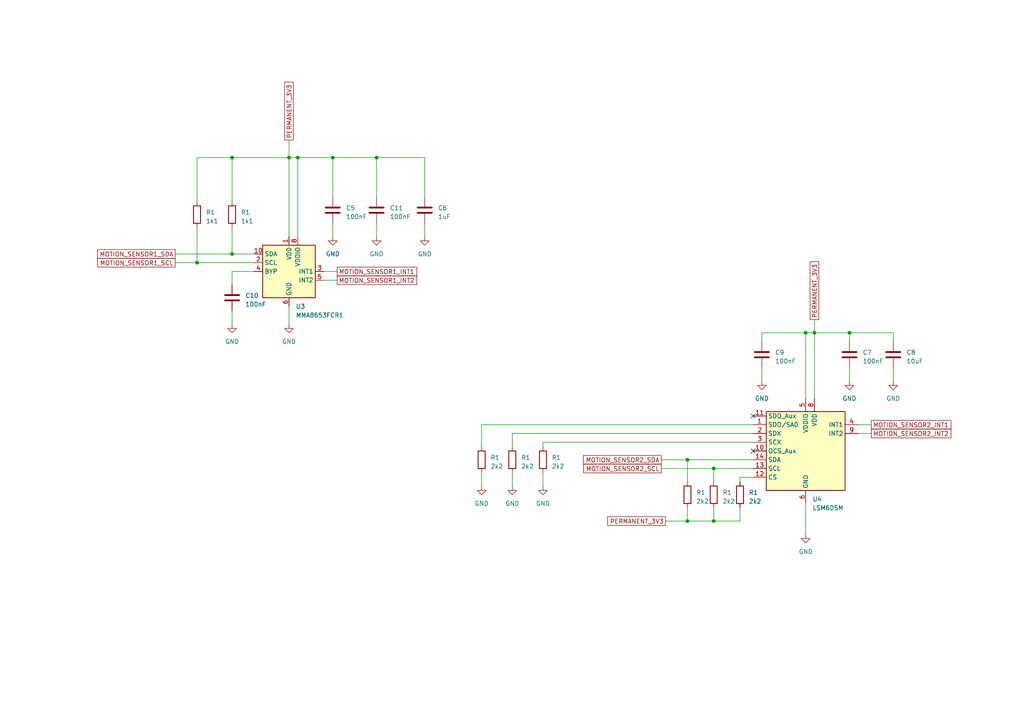
<source format=kicad_sch>
(kicad_sch (version 20230121) (generator eeschema)
  (paper "A4")
  (lib_symbols
    (symbol "Device:C" (pin_numbers hide) (pin_names (offset 0.254))
      (property "Reference" "C" (at 0.635 2.54 0))
      (property "Value" "C" (at 0.635 -2.54 0))
      (symbol "C_0_1"
        (polyline (pts (xy -2.032 -0.762) (xy 2.032 -0.762)) (stroke (width 0.508)))
        (polyline (pts (xy -2.032 0.762) (xy 2.032 0.762)) (stroke (width 0.508)))
      )
      (symbol "C_1_1"
        (pin passive line (at 0 3.81 270) (length 2.794) (name "~") (number "1"))
        (pin passive line (at 0 -3.81 90) (length 2.794) (name "~") (number "2"))
      )
    )
    (symbol "Device:R" (pin_numbers hide) (pin_names (offset 0))
      (property "Reference" "R" (at 2.032 0 90))
      (property "Value" "R" (at 0 0 90))
      (symbol "R_0_1"
        (rectangle (start -1.016 -2.54) (end 1.016 2.54) (stroke (width 0.254)))
      )
      (symbol "R_1_1"
        (pin passive line (at 0 3.81 270) (length 1.27) (name "~") (number "1"))
        (pin passive line (at 0 -3.81 90) (length 1.27) (name "~") (number "2"))
      )
    )
    (symbol "Sensor_Motion:LSM6DSM"
      (property "Reference" "U" (at -11.43 15.24 0))
      (property "Value" "LSM6DSM" (at -11.43 12.7 0))
      (symbol "LSM6DSM_0_1"
        (rectangle (start 11.43 11.43) (end -11.43 -11.43) (stroke (width 0.254)) (fill (type background)))
      )
      (symbol "LSM6DSM_1_1"
        (pin bidirectional line (at -15.24 7.62 0) (length 3.81) (name "SDO/SA0") (number "1"))
        (pin passive line (at -15.24 0 0) (length 3.81) (name "OCS_Aux") (number "10"))
        (pin bidirectional line (at -15.24 10.16 0) (length 3.81) (name "SDO_Aux") (number "11"))
        (pin input line (at -15.24 -7.62 0) (length 3.81) (name "CS") (number "12"))
        (pin input line (at -15.24 -5.08 0) (length 3.81) (name "SCL") (number "13"))
        (pin bidirectional line (at -15.24 -2.54 0) (length 3.81) (name "SDA") (number "14"))
        (pin bidirectional line (at -15.24 5.08 0) (length 3.81) (name "SDX") (number "2"))
        (pin input line (at -15.24 2.54 0) (length 3.81) (name "SCX") (number "3"))
        (pin output line (at 15.24 7.62 180) (length 3.81) (name "INT1") (number "4"))
        (pin power_in line (at 0 15.24 270) (length 3.81) (name "VDDIO") (number "5"))
        (pin power_in line (at 0 -15.24 90) (length 3.81) (name "GND") (number "6"))
        (pin passive line (at 0 -15.24 90) (length 3.81) hide (name "GND") (number "7"))
        (pin power_in line (at 2.54 15.24 270) (length 3.81) (name "VDD") (number "8"))
        (pin output line (at 15.24 5.08 180) (length 3.81) (name "INT2") (number "9"))
      )
    )
    (symbol "Sensor_Motion:MMA8653FCR1"
      (property "Reference" "U" (at -7.62 8.89 0))
      (property "Value" "MMA8653FCR1" (at 1.27 -8.89 0))
      (symbol "MMA8653FCR1_0_1"
        (rectangle (start -7.62 7.62) (end 7.62 -7.62) (stroke (width 0.254)) (fill (type background)))
      )
      (symbol "MMA8653FCR1_1_1"
        (pin power_in line (at 0 10.16 270) (length 2.54) (name "VDD") (number "1"))
        (pin bidirectional line (at -10.16 5.08 0) (length 2.54) (name "SDA") (number "10"))
        (pin input line (at -10.16 2.54 0) (length 2.54) (name "SCL") (number "2"))
        (pin output line (at 10.16 0 180) (length 2.54) (name "INT1") (number "3"))
        (pin input line (at -10.16 0 0) (length 2.54) (name "BYP") (number "4"))
        (pin output line (at 10.16 -2.54 180) (length 2.54) (name "INT2") (number "5"))
        (pin power_in line (at 0 -10.16 90) (length 2.54) (name "GND") (number "6"))
        (pin passive line (at 0 -10.16 90) (length 2.54) hide (name "GND") (number "7"))
        (pin power_in line (at 2.54 10.16 270) (length 2.54) (name "VDDIO") (number "8"))
        (pin passive line (at 0 -10.16 90) (length 2.54) hide (name "GND") (number "9"))
      )
    )
    (symbol "power:GND" (power) (pin_names (offset 0))
      (property "Value" "GND" (at 0 -3.81 0))
      (symbol "GND_0_1"
        (polyline (pts (xy 0 0) (xy 0 -1.27) (xy 1.27 -1.27) (xy 0 -2.54) (xy -1.27 -1.27) (xy 0 -1.27)))
      )
      (symbol "GND_1_1"
        (pin power_in line (at 0 0 270) (length 0) hide (name "GND") (number "1"))
      )
    )
  )
  (junction (at 207.01 151.13))
  (junction (at 207.01 135.89))
  (junction (at 246.38 96.52))
  (junction (at 199.39 133.35))
  (junction (at 236.22 96.52))
  (junction (at 67.31 73.66))
  (junction (at 96.52 45.72))
  (junction (at 199.39 151.13))
  (junction (at 83.82 45.72))
  (junction (at 67.31 45.72))
  (junction (at 57.15 76.2))
  (junction (at 233.68 96.52))
  (junction (at 109.22 45.72))
  (junction (at 86.36 45.72))
  (no_connect (at 218.44 120.65))
  (no_connect (at 218.44 130.81))
  (wire (pts (xy 67.31 73.66) (xy 73.66 73.66)))
  (wire (pts (xy 259.08 106.68) (xy 259.08 110.49)))
  (wire (pts (xy 193.04 151.13) (xy 199.39 151.13)))
  (wire (pts (xy 157.48 137.16) (xy 157.48 140.97)))
  (wire (pts (xy 199.39 133.35) (xy 199.39 139.7)))
  (wire (pts (xy 57.15 66.04) (xy 57.15 76.2)))
  (wire (pts (xy 148.59 137.16) (xy 148.59 140.97)))
  (wire (pts (xy 148.59 125.73) (xy 148.59 129.54)))
  (wire (pts (xy 109.22 64.77) (xy 109.22 68.58)))
  (wire (pts (xy 96.52 45.72) (xy 96.52 57.15)))
  (wire (pts (xy 83.82 45.72) (xy 83.82 68.58)))
  (wire (pts (xy 233.68 96.52) (xy 233.68 115.57)))
  (wire (pts (xy 86.36 68.58) (xy 86.36 45.72)))
  (wire (pts (xy 248.92 125.73) (xy 252.73 125.73)))
  (wire (pts (xy 207.01 135.89) (xy 207.01 139.7)))
  (wire (pts (xy 50.8 73.66) (xy 67.31 73.66)))
  (wire (pts (xy 199.39 133.35) (xy 218.44 133.35)))
  (wire (pts (xy 123.19 64.77) (xy 123.19 68.58)))
  (wire (pts (xy 246.38 96.52) (xy 246.38 99.06)))
  (wire (pts (xy 86.36 45.72) (xy 96.52 45.72)))
  (wire (pts (xy 220.98 96.52) (xy 233.68 96.52)))
  (wire (pts (xy 233.68 146.05) (xy 233.68 154.94)))
  (wire (pts (xy 57.15 45.72) (xy 67.31 45.72)))
  (wire (pts (xy 214.63 151.13) (xy 214.63 147.32)))
  (wire (pts (xy 67.31 90.17) (xy 67.31 93.98)))
  (wire (pts (xy 220.98 96.52) (xy 220.98 99.06)))
  (wire (pts (xy 96.52 45.72) (xy 109.22 45.72)))
  (wire (pts (xy 233.68 96.52) (xy 236.22 96.52)))
  (wire (pts (xy 67.31 45.72) (xy 67.31 58.42)))
  (wire (pts (xy 73.66 78.74) (xy 67.31 78.74)))
  (wire (pts (xy 199.39 147.32) (xy 199.39 151.13)))
  (wire (pts (xy 218.44 128.27) (xy 157.48 128.27)))
  (wire (pts (xy 50.8 76.2) (xy 57.15 76.2)))
  (wire (pts (xy 57.15 76.2) (xy 73.66 76.2)))
  (wire (pts (xy 236.22 96.52) (xy 246.38 96.52)))
  (wire (pts (xy 93.98 81.28) (xy 97.79 81.28)))
  (wire (pts (xy 236.22 96.52) (xy 236.22 115.57)))
  (wire (pts (xy 83.82 45.72) (xy 86.36 45.72)))
  (wire (pts (xy 218.44 125.73) (xy 148.59 125.73)))
  (wire (pts (xy 67.31 78.74) (xy 67.31 82.55)))
  (wire (pts (xy 207.01 151.13) (xy 207.01 147.32)))
  (wire (pts (xy 57.15 58.42) (xy 57.15 45.72)))
  (wire (pts (xy 139.7 137.16) (xy 139.7 140.97)))
  (wire (pts (xy 199.39 151.13) (xy 207.01 151.13)))
  (wire (pts (xy 259.08 96.52) (xy 259.08 99.06)))
  (wire (pts (xy 109.22 45.72) (xy 123.19 45.72)))
  (wire (pts (xy 67.31 66.04) (xy 67.31 73.66)))
  (wire (pts (xy 191.77 135.89) (xy 207.01 135.89)))
  (wire (pts (xy 214.63 138.43) (xy 218.44 138.43)))
  (wire (pts (xy 207.01 151.13) (xy 214.63 151.13)))
  (wire (pts (xy 83.82 88.9) (xy 83.82 93.98)))
  (wire (pts (xy 93.98 78.74) (xy 97.79 78.74)))
  (wire (pts (xy 139.7 123.19) (xy 139.7 129.54)))
  (wire (pts (xy 220.98 106.68) (xy 220.98 110.49)))
  (wire (pts (xy 246.38 96.52) (xy 259.08 96.52)))
  (wire (pts (xy 218.44 123.19) (xy 139.7 123.19)))
  (wire (pts (xy 109.22 45.72) (xy 109.22 57.15)))
  (wire (pts (xy 246.38 106.68) (xy 246.38 110.49)))
  (wire (pts (xy 67.31 45.72) (xy 83.82 45.72)))
  (wire (pts (xy 191.77 133.35) (xy 199.39 133.35)))
  (wire (pts (xy 157.48 128.27) (xy 157.48 129.54)))
  (wire (pts (xy 207.01 135.89) (xy 218.44 135.89)))
  (wire (pts (xy 248.92 123.19) (xy 252.73 123.19)))
  (wire (pts (xy 214.63 139.7) (xy 214.63 138.43)))
  (wire (pts (xy 123.19 45.72) (xy 123.19 57.15)))
  (wire (pts (xy 96.52 64.77) (xy 96.52 68.58)))
  (wire (pts (xy 236.22 92.71) (xy 236.22 96.52)))
  (wire (pts (xy 83.82 45.72) (xy 83.82 40.64)))
  (global_label "MOTION_SENSOR2_INT2" (shape passive) (at 252.73 125.73 0) (property "Intersheetrefs" "${INTERSHEET_REFS}" (effects hide)))
  (global_label "PERMANENT_3V3" (shape passive) (at 193.04 151.13 180) (property "Intersheetrefs" "${INTERSHEET_REFS}" (effects hide)))
  (global_label "MOTION_SENSOR1_INT2" (shape passive) (at 97.79 81.28 0) (property "Intersheetrefs" "${INTERSHEET_REFS}" (effects hide)))
  (global_label "MOTION_SENSOR1_SCL" (shape passive) (at 50.8 76.2 180) (property "Intersheetrefs" "${INTERSHEET_REFS}" (effects hide)))
  (global_label "MOTION_SENSOR2_SDA" (shape passive) (at 191.77 133.35 180) (property "Intersheetrefs" "${INTERSHEET_REFS}" (effects hide)))
  (global_label "MOTION_SENSOR2_SCL" (shape passive) (at 191.77 135.89 180) (property "Intersheetrefs" "${INTERSHEET_REFS}" (effects hide)))
  (global_label "MOTION_SENSOR1_INT1" (shape passive) (at 97.79 78.74 0) (property "Intersheetrefs" "${INTERSHEET_REFS}" (effects hide)))
  (global_label "MOTION_SENSOR2_INT1" (shape passive) (at 252.73 123.19 0) (property "Intersheetrefs" "${INTERSHEET_REFS}" (effects hide)))
  (global_label "PERMANENT_3V3" (shape passive) (at 83.82 40.64 90) (property "Intersheetrefs" "${INTERSHEET_REFS}" (effects hide)))
  (global_label "PERMANENT_3V3" (shape passive) (at 236.22 92.71 90) (property "Intersheetrefs" "${INTERSHEET_REFS}" (effects hide)))
  (global_label "MOTION_SENSOR1_SDA" (shape passive) (at 50.8 73.66 180) (property "Intersheetrefs" "${INTERSHEET_REFS}" (effects hide)))
  (symbol (lib_id "Device:C") (at 109.22 60.96 0) (unit 1)
    (property "Reference" "C11" (at 113.03 60.325 0) (effects (justify left)))
    (property "Value" "100nF" (at 113.03 62.865 0) (effects (justify left)))
  )
  (symbol (lib_id "Device:C") (at 123.19 60.96 0) (unit 1)
    (property "Reference" "C6" (at 127 60.325 0) (effects (justify left)))
    (property "Value" "1uF" (at 127 62.865 0) (effects (justify left)))
  )
  (symbol (lib_id "Sensor_Motion:MMA8653FCR1") (at 83.82 78.74 0) (unit 1)
    (property "Reference" "U3" (at 85.7759 88.9 0) (effects (justify left)))
    (property "Value" "MMA8653FCR1" (at 85.7759 91.44 0) (effects (justify left)))
    (property "Footprint" "Package_DFN_QFN:DFN-10_2x2mm_P0.4mm" (effects hide))
    (property "Datasheet" "https://www.nxp.com/docs/en/data-sheet/MMA8653FC.pdf" (effects hide))
  )
  (symbol (lib_id "Device:C") (at 67.31 86.36 0) (unit 1)
    (property "Reference" "C10" (at 71.12 85.725 0) (effects (justify left)))
    (property "Value" "100nF" (at 71.12 88.265 0) (effects (justify left)))
  )
  (symbol (lib_id "Sensor_Motion:LSM6DSM") (at 233.68 130.81 0) (unit 1)
    (property "Reference" "U4" (at 235.6359 144.78 0) (effects (justify left)))
    (property "Value" "LSM6DSM" (at 235.6359 147.32 0) (effects (justify left)))
    (property "Footprint" "Package_LGA:LGA-14_3x2.5mm_P0.5mm_LayoutBorder3x4y" (effects hide))
    (property "Datasheet" "https://www.st.com/resource/en/datasheet/lsm6dsm.pdf" (effects hide))
  )
  (symbol (lib_id "power:GND") (at 96.52 68.58 0) (unit 1)
    (property "Reference" "#PWR02" (effects hide))
    (property "Value" "GND" (at 96.52 73.66 0))
    (instances (project "motor_tracker" (path "" (reference "#PWR02") (unit 1)) (path "" (reference "#PWR018") (unit 1))))
  )
  (symbol (lib_id "power:GND") (at 148.59 140.97 0) (unit 1)
    (property "Reference" "#PWR02" (effects hide))
    (property "Value" "GND" (at 148.59 146.05 0))
    (instances (project "motor_tracker" (path "" (reference "#PWR02") (unit 1)) (path "" (reference "#PWR012") (unit 1))))
  )
  (symbol (lib_id "Device:R") (at 157.48 133.35 180) (unit 1)
    (property "Reference" "R1" (at 160.02 132.715 0) (effects (justify right)))
    (property "Value" "2k2" (at 160.02 135.255 0) (effects (justify right)))
    (property "Footprint" "Resistor_SMD:R_0603_1608Metric_Pad0.98x0.95mm_HandSolder" (effects hide))
    (instances (project "motor_tracker" (path "" (reference "R1") (unit 1)) (path "" (reference "R8") (unit 1))))
  )
  (symbol (lib_id "power:GND") (at 233.68 154.94 0) (unit 1)
    (property "Reference" "#PWR02" (effects hide))
    (property "Value" "GND" (at 233.68 160.02 0))
    (instances (project "motor_tracker" (path "" (reference "#PWR02") (unit 1)) (path "" (reference "#PWR011") (unit 1))))
  )
  (symbol (lib_id "power:GND") (at 246.38 110.49 0) (unit 1)
    (property "Reference" "#PWR02" (effects hide))
    (property "Value" "GND" (at 246.38 115.57 0))
    (instances (project "motor_tracker" (path "" (reference "#PWR02") (unit 1)) (path "" (reference "#PWR015") (unit 1))))
  )
  (symbol (lib_id "Device:R") (at 148.59 133.35 180) (unit 1)
    (property "Reference" "R1" (at 151.13 132.715 0) (effects (justify right)))
    (property "Value" "2k2" (at 151.13 135.255 0) (effects (justify right)))
    (property "Footprint" "Resistor_SMD:R_0603_1608Metric_Pad0.98x0.95mm_HandSolder" (effects hide))
    (instances (project "motor_tracker" (path "" (reference "R1") (unit 1)) (path "" (reference "R9") (unit 1))))
  )
  (symbol (lib_id "Device:C") (at 96.52 60.96 0) (unit 1)
    (property "Reference" "C5" (at 100.33 60.325 0) (effects (justify left)))
    (property "Value" "100nF" (at 100.33 62.865 0) (effects (justify left)))
  )
  (symbol (lib_id "Device:C") (at 220.98 102.87 0) (unit 1)
    (property "Reference" "C9" (at 224.79 102.235 0) (effects (justify left)))
    (property "Value" "100nF" (at 224.79 104.775 0) (effects (justify left)))
  )
  (symbol (lib_id "power:GND") (at 109.22 68.58 0) (unit 1)
    (property "Reference" "#PWR02" (effects hide))
    (property "Value" "GND" (at 109.22 73.66 0))
    (instances (project "motor_tracker" (path "" (reference "#PWR02") (unit 1)) (path "" (reference "#PWR021") (unit 1))))
  )
  (symbol (lib_id "power:GND") (at 83.82 93.98 0) (unit 1)
    (property "Reference" "#PWR02" (effects hide))
    (property "Value" "GND" (at 83.82 99.06 0))
    (instances (project "motor_tracker" (path "" (reference "#PWR02") (unit 1)) (path "" (reference "#PWR010") (unit 1))))
  )
  (symbol (lib_id "power:GND") (at 139.7 140.97 0) (unit 1)
    (property "Reference" "#PWR02" (effects hide))
    (property "Value" "GND" (at 139.7 146.05 0))
    (instances (project "motor_tracker" (path "" (reference "#PWR02") (unit 1)) (path "" (reference "#PWR014") (unit 1))))
  )
  (symbol (lib_id "power:GND") (at 123.19 68.58 0) (unit 1)
    (property "Reference" "#PWR02" (effects hide))
    (property "Value" "GND" (at 123.19 73.66 0))
    (instances (project "motor_tracker" (path "" (reference "#PWR02") (unit 1)) (path "" (reference "#PWR019") (unit 1))))
  )
  (symbol (lib_id "power:GND") (at 259.08 110.49 0) (unit 1)
    (property "Reference" "#PWR02" (effects hide))
    (property "Value" "GND" (at 259.08 115.57 0))
    (instances (project "motor_tracker" (path "" (reference "#PWR02") (unit 1)) (path "" (reference "#PWR016") (unit 1))))
  )
  (symbol (lib_id "power:GND") (at 67.31 93.98 0) (unit 1)
    (property "Reference" "#PWR02" (effects hide))
    (property "Value" "GND" (at 67.31 99.06 0))
    (instances (project "motor_tracker" (path "" (reference "#PWR02") (unit 1)) (path "" (reference "#PWR020") (unit 1))))
  )
  (symbol (lib_id "Device:R") (at 207.01 143.51 180) (unit 1)
    (property "Reference" "R1" (at 209.55 142.875 0) (effects (justify right)))
    (property "Value" "2k2" (at 209.55 145.415 0) (effects (justify right)))
    (property "Footprint" "Resistor_SMD:R_0603_1608Metric_Pad0.98x0.95mm_HandSolder" (effects hide))
    (instances (project "motor_tracker" (path "" (reference "R1") (unit 1)) (path "" (reference "R7") (unit 1))))
  )
  (symbol (lib_id "Device:R") (at 214.63 143.51 180) (unit 1)
    (property "Reference" "R1" (at 217.17 142.875 0) (effects (justify right)))
    (property "Value" "2k2" (at 217.17 145.415 0) (effects (justify right)))
    (property "Footprint" "Resistor_SMD:R_0603_1608Metric_Pad0.98x0.95mm_HandSolder" (effects hide))
    (instances (project "motor_tracker" (path "" (reference "R1") (unit 1)) (path "" (reference "R11") (unit 1))))
  )
  (symbol (lib_id "power:GND") (at 157.48 140.97 0) (unit 1)
    (property "Reference" "#PWR02" (effects hide))
    (property "Value" "GND" (at 157.48 146.05 0))
    (instances (project "motor_tracker" (path "" (reference "#PWR02") (unit 1)) (path "" (reference "#PWR013") (unit 1))))
  )
  (symbol (lib_id "Device:R") (at 57.15 62.23 180) (unit 1)
    (property "Reference" "R1" (at 59.69 61.595 0) (effects (justify right)))
    (property "Value" "1k1" (at 59.69 64.135 0) (effects (justify right)))
    (property "Footprint" "Resistor_SMD:R_0603_1608Metric_Pad0.98x0.95mm_HandSolder" (effects hide))
    (instances (project "motor_tracker" (path "" (reference "R1") (unit 1)) (path "" (reference "R5") (unit 1))))
  )
  (symbol (lib_id "Device:C") (at 246.38 102.87 0) (unit 1)
    (property "Reference" "C7" (at 250.19 102.235 0) (effects (justify left)))
    (property "Value" "100nF" (at 250.19 104.775 0) (effects (justify left)))
  )
  (symbol (lib_id "Device:C") (at 259.08 102.87 0) (unit 1)
    (property "Reference" "C8" (at 262.89 102.235 0) (effects (justify left)))
    (property "Value" "10uF" (at 262.89 104.775 0) (effects (justify left)))
  )
  (symbol (lib_id "power:GND") (at 220.98 110.49 0) (unit 1)
    (property "Reference" "#PWR02" (effects hide))
    (property "Value" "GND" (at 220.98 115.57 0))
    (instances (project "motor_tracker" (path "" (reference "#PWR02") (unit 1)) (path "" (reference "#PWR017") (unit 1))))
  )
  (symbol (lib_id "Device:R") (at 199.39 143.51 180) (unit 1)
    (property "Reference" "R1" (at 201.93 142.875 0) (effects (justify right)))
    (property "Value" "2k2" (at 201.93 145.415 0) (effects (justify right)))
    (property "Footprint" "Resistor_SMD:R_0603_1608Metric_Pad0.98x0.95mm_HandSolder" (effects hide))
    (instances (project "motor_tracker" (path "" (reference "R1") (unit 1)) (path "" (reference "R6") (unit 1))))
  )
  (symbol (lib_id "Device:R") (at 67.31 62.23 180) (unit 1)
    (property "Reference" "R1" (at 69.85 61.595 0) (effects (justify right)))
    (property "Value" "1k1" (at 69.85 64.135 0) (effects (justify right)))
    (property "Footprint" "Resistor_SMD:R_0603_1608Metric_Pad0.98x0.95mm_HandSolder" (effects hide))
    (instances (project "motor_tracker" (path "" (reference "R1") (unit 1)) (path "" (reference "R4") (unit 1))))
  )
  (symbol (lib_id "Device:R") (at 139.7 133.35 180) (unit 1)
    (property "Reference" "R1" (at 142.24 132.715 0) (effects (justify right)))
    (property "Value" "2k2" (at 142.24 135.255 0) (effects (justify right)))
    (property "Footprint" "Resistor_SMD:R_0603_1608Metric_Pad0.98x0.95mm_HandSolder" (effects hide))
    (instances (project "motor_tracker" (path "" (reference "R1") (unit 1)) (path "" (reference "R10") (unit 1))))
  )
)
</source>
